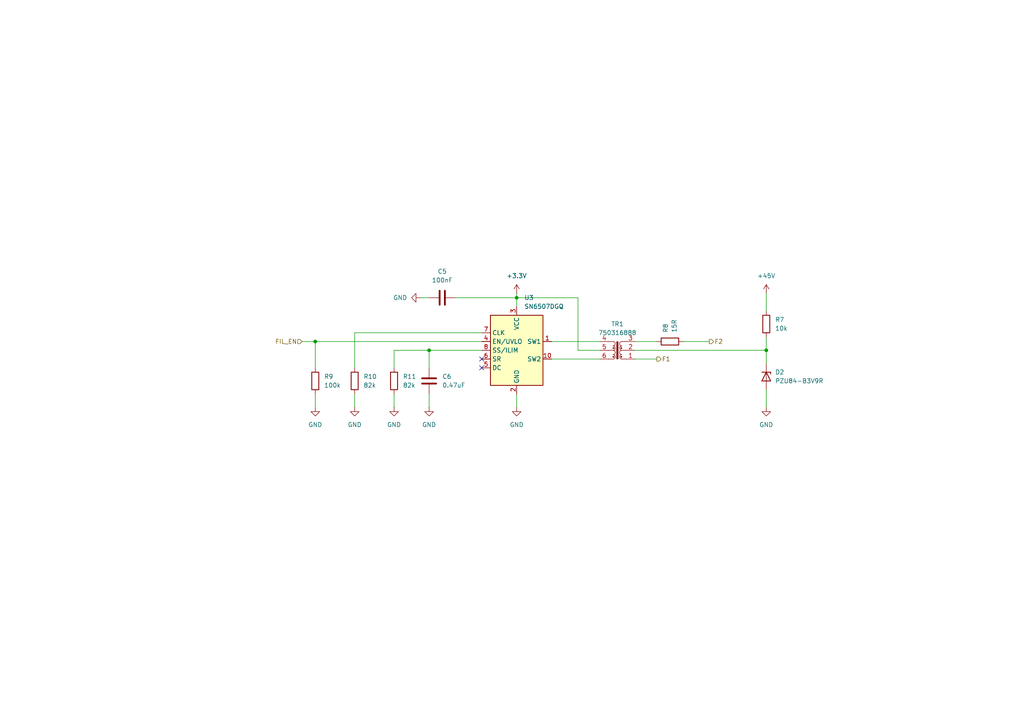
<source format=kicad_sch>
(kicad_sch (version 20231120) (generator "eeschema") (generator_version "8.0")
  (paper "A4")
  (lib_symbols
    (symbol "Device:C" (pin_numbers hide) (pin_names (offset 0.254))
      (property "Reference" "C" (at 0.635 2.54 0))
      (property "Value" "C" (at 0.635 -2.54 0))
      (symbol "C_0_1"
        (polyline (pts (xy -2.032 -0.762) (xy 2.032 -0.762)) (stroke (width 0.508)))
        (polyline (pts (xy -2.032 0.762) (xy 2.032 0.762)) (stroke (width 0.508)))
      )
      (symbol "C_1_1"
        (pin passive line (at 0 3.81 270) (length 2.794) (name "~") (number "1"))
        (pin passive line (at 0 -3.81 90) (length 2.794) (name "~") (number "2"))
      )
    )
    (symbol "Device:D_Zener" (pin_numbers hide) (pin_names (offset 1.016) hide)
      (property "Reference" "D2" (at -1.2701 2.54 90))
      (property "Value" "PZU84-B3V9R" (at 1.2699 2.54 90))
      (symbol "D_Zener_0_1"
        (polyline (pts (xy 1.27 0) (xy -1.27 0)))
        (polyline (pts (xy -1.27 -1.27) (xy -1.27 1.27) (xy -0.762 1.27)) (stroke (width 0.254)))
        (polyline (pts (xy 1.27 -1.27) (xy 1.27 1.27) (xy -1.27 0) (xy 1.27 -1.27)) (stroke (width 0.254)))
      )
      (symbol "D_Zener_1_1"
        (pin passive line (at 3.81 0 180) (length 2.54) (name "A") (number "1"))
        (pin passive line (at -3.81 0 0) (length 2.54) (name "K") (number "3"))
      )
    )
    (symbol "Device:R" (pin_numbers hide) (pin_names (offset 0))
      (property "Reference" "R" (at 2.032 0 90))
      (property "Value" "R" (at 0 0 90))
      (symbol "R_0_1"
        (rectangle (start -1.016 -2.54) (end 1.016 2.54) (stroke (width 0.254)))
      )
      (symbol "R_1_1"
        (pin passive line (at 0 3.81 270) (length 1.27) (name "~") (number "1"))
        (pin passive line (at 0 -3.81 90) (length 1.27) (name "~") (number "2"))
      )
    )
    (symbol "Power_Management:SN6507DGQ"
      (property "Reference" "U" (at -6.35 10.16 0))
      (property "Value" "SN6507DGQ" (at 6.35 -10.16 0))
      (symbol "SN6507DGQ_0_1"
        (rectangle (start -7.62 10.16) (end 7.62 -10.16) (stroke (width 0.254)) (fill (type background)))
      )
      (symbol "SN6507DGQ_1_0"
        (pin input line (at -10.16 2.54 0) (length 2.54) (name "EN/UVLO") (number "4"))
        (pin passive line (at -10.16 -5.08 0) (length 2.54) (name "DC") (number "5"))
        (pin passive line (at -10.16 -2.54 0) (length 2.54) (name "SR") (number "6"))
        (pin passive line (at -10.16 0 0) (length 2.54) (name "SS/ILIM") (number "8"))
        (pin passive line (at 0 -12.7 90) (length 2.54) hide (name "GND") (number "9"))
      )
      (symbol "SN6507DGQ_1_1"
        (pin open_collector line (at 10.16 2.54 180) (length 2.54) (name "SW1") (number "1"))
        (pin open_collector line (at 10.16 -2.54 180) (length 2.54) (name "SW2") (number "10"))
        (pin power_in line (at 0 -12.7 90) (length 2.54) (name "GND") (number "2"))
        (pin power_in line (at 0 12.7 270) (length 2.54) (name "VCC") (number "3"))
        (pin input line (at -10.16 5.08 0) (length 2.54) (name "CLK") (number "7"))
      )
    )
    (symbol "Transformer:Wuerth_750315371"
      (property "Reference" "TR" (at 0 5.08 0))
      (property "Value" "Wuerth_750315371" (at 0 -5.08 0))
      (symbol "Wuerth_750315371_0_1"
        (arc (start -1.27 -2.54) (mid -0.6377 -1.905) (end -1.27 -1.27))
        (arc (start -1.27 -1.27) (mid -0.6377 -0.635) (end -1.27 0))
        (rectangle (start -0.254 2.54) (end 0.254 -2.54) (stroke (width 0.0254)) (fill (type outline)))
        (polyline (pts (xy -2.54 -2.54) (xy -1.27 -2.54)))
        (polyline (pts (xy -2.54 0) (xy -1.27 0)))
        (polyline (pts (xy -2.54 2.54) (xy -1.27 2.54)))
        (polyline (pts (xy 1.27 -2.54) (xy 2.54 -2.54)))
        (polyline (pts (xy 1.27 0) (xy 2.54 0)))
        (polyline (pts (xy 1.27 2.54) (xy 2.54 2.54)))
      )
      (symbol "Wuerth_750315371_1_1"
        (arc (start -1.27 0) (mid -0.6377 0.635) (end -1.27 1.27))
        (arc (start -1.27 1.27) (mid -0.6377 1.905) (end -1.27 2.54))
        (circle (center -1.143 -0.635) (radius 0.127) (stroke (width 0.254)))
        (circle (center -1.143 1.905) (radius 0.127) (stroke (width 0.254)))
        (circle (center 1.143 -0.635) (radius 0.127) (stroke (width 0.254)))
        (circle (center 1.143 1.905) (radius 0.127) (stroke (width 0.254)))
        (arc (start 1.27 -1.27) (mid 0.6377 -1.905) (end 1.27 -2.54))
        (arc (start 1.27 0) (mid 0.6377 -0.635) (end 1.27 -1.27))
        (arc (start 1.27 1.27) (mid 0.6377 0.635) (end 1.27 0))
        (arc (start 1.27 2.54) (mid 0.6377 1.905) (end 1.27 1.27))
        (pin passive line (at -5.08 2.54 0) (length 2.54) (name "~") (number "1"))
        (pin passive line (at -5.08 0 0) (length 2.54) (name "~") (number "2"))
        (pin passive line (at -5.08 -2.54 0) (length 2.54) (name "~") (number "3"))
        (pin passive line (at 5.08 -2.54 180) (length 2.54) (name "~") (number "4"))
        (pin passive line (at 5.08 0 180) (length 2.54) (name "~") (number "5"))
        (pin passive line (at 5.08 2.54 180) (length 2.54) (name "~") (number "6"))
      )
    )
    (symbol "power:+3.3V" (power) (pin_numbers hide) (pin_names (offset 0) hide)
      (property "Value" "+3.3V" (at 0 3.556 0))
      (symbol "+3.3V_0_1"
        (polyline (pts (xy -0.762 1.27) (xy 0 2.54)))
        (polyline (pts (xy 0 0) (xy 0 2.54)))
        (polyline (pts (xy 0 2.54) (xy 0.762 1.27)))
      )
      (symbol "+3.3V_1_1"
        (pin power_in line (at 0 0 90) (length 0) (name "~") (number "1"))
      )
    )
    (symbol "power:+4V" (power) (pin_numbers hide) (pin_names (offset 0) hide)
      (property "Value" "+4V" (at 0 3.556 0))
      (symbol "+4V_0_1"
        (polyline (pts (xy -0.762 1.27) (xy 0 2.54)))
        (polyline (pts (xy 0 0) (xy 0 2.54)))
        (polyline (pts (xy 0 2.54) (xy 0.762 1.27)))
      )
      (symbol "+4V_1_1"
        (pin power_in line (at 0 0 90) (length 0) (name "~") (number "1"))
      )
    )
    (symbol "power:GND" (power) (pin_numbers hide) (pin_names (offset 0) hide)
      (property "Value" "GND" (at 0 -3.81 0))
      (symbol "GND_0_1"
        (polyline (pts (xy 0 0) (xy 0 -1.27) (xy 1.27 -1.27) (xy 0 -2.54) (xy -1.27 -1.27) (xy 0 -1.27)))
      )
      (symbol "GND_1_1"
        (pin power_in line (at 0 0 270) (length 0) (name "~") (number "1"))
      )
    )
  )
  (junction (at 222.25 101.6))
  (junction (at 149.86 86.36))
  (junction (at 124.46 101.6))
  (junction (at 91.44 99.06))
  (no_connect (at 139.7 106.68))
  (no_connect (at 139.7 104.14))
  (wire (pts (xy 167.64 86.36) (xy 167.64 101.6)))
  (wire (pts (xy 91.44 99.06) (xy 139.7 99.06)))
  (wire (pts (xy 114.3 101.6) (xy 114.3 106.68)))
  (wire (pts (xy 184.15 104.14) (xy 190.5 104.14)))
  (wire (pts (xy 102.87 114.3) (xy 102.87 118.11)))
  (wire (pts (xy 222.25 85.09) (xy 222.25 90.17)))
  (wire (pts (xy 124.46 114.3) (xy 124.46 118.11)))
  (wire (pts (xy 87.63 99.06) (xy 91.44 99.06)))
  (wire (pts (xy 121.92 86.36) (xy 124.46 86.36)))
  (wire (pts (xy 222.25 105.41) (xy 222.25 101.6)))
  (wire (pts (xy 91.44 99.06) (xy 91.44 106.68)))
  (wire (pts (xy 167.64 101.6) (xy 173.99 101.6)))
  (wire (pts (xy 222.25 101.6) (xy 222.25 97.79)))
  (wire (pts (xy 114.3 114.3) (xy 114.3 118.11)))
  (wire (pts (xy 160.02 104.14) (xy 173.99 104.14)))
  (wire (pts (xy 124.46 101.6) (xy 124.46 106.68)))
  (wire (pts (xy 184.15 99.06) (xy 190.5 99.06)))
  (wire (pts (xy 149.86 114.3) (xy 149.86 118.11)))
  (wire (pts (xy 102.87 96.52) (xy 102.87 106.68)))
  (wire (pts (xy 149.86 88.9) (xy 149.86 86.36)))
  (wire (pts (xy 184.15 101.6) (xy 222.25 101.6)))
  (wire (pts (xy 160.02 99.06) (xy 173.99 99.06)))
  (wire (pts (xy 139.7 96.52) (xy 102.87 96.52)))
  (wire (pts (xy 149.86 86.36) (xy 167.64 86.36)))
  (wire (pts (xy 132.08 86.36) (xy 149.86 86.36)))
  (wire (pts (xy 198.12 99.06) (xy 205.74 99.06)))
  (wire (pts (xy 124.46 101.6) (xy 114.3 101.6)))
  (wire (pts (xy 139.7 101.6) (xy 124.46 101.6)))
  (wire (pts (xy 222.25 113.03) (xy 222.25 118.11)))
  (wire (pts (xy 91.44 114.3) (xy 91.44 118.11)))
  (wire (pts (xy 149.86 85.09) (xy 149.86 86.36)))
  (hierarchical_label "FIL_EN" (shape input) (at 87.63 99.06 180))
  (hierarchical_label "F2" (shape output) (at 205.74 99.06 0))
  (hierarchical_label "F1" (shape output) (at 190.5 104.14 0))
  (symbol (lib_id "Device:R") (at 222.25 93.98 0) (unit 1)
    (property "Reference" "R7" (at 224.79 92.7099 0) (effects (justify left)))
    (property "Value" "10k" (at 224.79 95.2499 0) (effects (justify left)))
    (property "Footprint" "Resistor_SMD:R_0603_1608Metric" (effects (hide yes)))
    (property "Description" "Resistor" (effects (hide yes)))
  )
  (symbol (lib_id "Device:D_Zener") (at 222.25 109.22 270) (unit 1)
    (property "Reference" "D2" (at 224.79 107.9499 90) (effects (justify left)))
    (property "Value" "PZU84-B3V9R" (at 224.79 110.4899 90) (effects (justify left)))
    (property "Footprint" "Package_TO_SOT_SMD:SOT-23-3" (effects (hide yes)))
    (property "Description" "Zener diode" (effects (hide yes)))
  )
  (symbol (lib_id "power:+4V") (at 222.25 85.09 0) (unit 1)
    (property "Reference" "#PWR017" (effects (hide yes)))
    (property "Value" "+45V" (at 222.25 80.01 0))
  )
  (symbol (lib_id "Power_Management:SN6507DGQ") (at 149.86 101.6 0) (unit 1)
    (property "Reference" "U3" (at 152.0541 86.36 0) (effects (justify left)))
    (property "Value" "SN6507DGQ" (at 152.0541 88.9 0) (effects (justify left)))
    (property "Footprint" "Package_SO:HVSSOP-10-1EP_3x3mm_P0.5mm_EP1.57x1.88mm" (effects (hide yes)))
    (property "Datasheet" "http://www.ti.com/lit/ds/symlink/sn6507.pdf" (effects (hide yes)))
    (property "Description" "Low Noise, 0.5A, spread spectrum 36V Push-Pull-Transformer Drivers for Isolated Power Supplies, HVSSOP-10" (effects (hide yes)))
  )
  (symbol (lib_id "Device:C") (at 128.27 86.36 90) (unit 1)
    (property "Reference" "C5" (at 128.27 78.74 90))
    (property "Value" "100nF" (at 128.27 81.28 90))
    (property "Footprint" "Capacitor_SMD:C_0603_1608Metric" (effects (hide yes)))
    (property "Description" "Unpolarized capacitor" (effects (hide yes)))
    (property "Voltage" "10V" (effects (hide yes)))
  )
  (symbol (lib_id "Device:R") (at 194.31 99.06 90) (unit 1)
    (property "Reference" "R8" (at 193.0399 96.52 0) (effects (justify left)))
    (property "Value" "15R" (at 195.5799 96.52 0) (effects (justify left)))
    (property "Footprint" "Resistor_SMD:R_0603_1608Metric" (effects (hide yes)))
    (property "Description" "Resistor" (effects (hide yes)))
  )
  (symbol (lib_id "power:GND") (at 121.92 86.36 270) (unit 1)
    (property "Reference" "#PWR018" (effects (hide yes)))
    (property "Value" "GND" (at 118.11 86.3599 90) (effects (justify right)))
    (property "Description" "Power symbol creates a global label with name \"GND\" , ground" (effects (hide yes)))
  )
  (symbol (lib_id "power:GND") (at 91.44 118.11 0) (unit 1)
    (property "Reference" "#PWR019" (effects (hide yes)))
    (property "Value" "GND" (at 91.44 123.19 0))
    (property "Description" "Power symbol creates a global label with name \"GND\" , ground" (effects (hide yes)))
  )
  (symbol (lib_id "Device:C") (at 124.46 110.49 0) (unit 1)
    (property "Reference" "C6" (at 128.27 109.2199 0) (effects (justify left)))
    (property "Value" "0.47uF" (at 128.27 111.7599 0) (effects (justify left)))
    (property "Footprint" "Capacitor_SMD:C_0603_1608Metric" (effects (hide yes)))
    (property "Description" "Unpolarized capacitor" (effects (hide yes)))
    (property "Voltage" "10V" (effects (hide yes)))
  )
  (symbol (lib_id "power:+3.3V") (at 149.86 85.09 0) (unit 1)
    (property "Reference" "#PWR016" (effects (hide yes)))
    (property "Value" "+3.3V" (at 149.86 80.01 0))
    (property "Description" "Power symbol creates a global label with name \"+3.3V\"" (effects (hide yes)))
  )
  (symbol (lib_id "Transformer:Wuerth_750315371") (at 179.07 101.6 180) (unit 1)
    (property "Reference" "TR1" (at 179.07 93.98 0))
    (property "Value" "750316888" (at 179.07 96.52 0))
    (property "Footprint" "Noritake:Transformer_Wuerth_750316888" (effects (hide yes)))
    (property "Datasheet" "https://www.we-online.com/components/products/datasheet/750316888.pdf" (effects (hide yes)))
  )
  (symbol (lib_id "Device:R") (at 114.3 110.49 0) (unit 1)
    (property "Reference" "R11" (at 116.84 109.2199 0) (effects (justify left)))
    (property "Value" "82k" (at 116.84 111.7599 0) (effects (justify left)))
    (property "Footprint" "Resistor_SMD:R_0603_1608Metric" (effects (hide yes)))
    (property "Description" "Resistor" (effects (hide yes)))
  )
  (symbol (lib_id "Device:R") (at 91.44 110.49 0) (unit 1)
    (property "Reference" "R9" (at 93.98 109.2199 0) (effects (justify left)))
    (property "Value" "100k" (at 93.98 111.7599 0) (effects (justify left)))
    (property "Footprint" "Resistor_SMD:R_0603_1608Metric" (effects (hide yes)))
    (property "Description" "Resistor" (effects (hide yes)))
  )
  (symbol (lib_id "power:GND") (at 222.25 118.11 0) (unit 1)
    (property "Reference" "#PWR024" (effects (hide yes)))
    (property "Value" "GND" (at 222.25 123.19 0))
    (property "Description" "Power symbol creates a global label with name \"GND\" , ground" (effects (hide yes)))
  )
  (symbol (lib_id "power:GND") (at 124.46 118.11 0) (unit 1)
    (property "Reference" "#PWR022" (effects (hide yes)))
    (property "Value" "GND" (at 124.46 123.19 0))
    (property "Description" "Power symbol creates a global label with name \"GND\" , ground" (effects (hide yes)))
  )
  (symbol (lib_id "Device:R") (at 102.87 110.49 0) (unit 1)
    (property "Reference" "R10" (at 105.41 109.2199 0) (effects (justify left)))
    (property "Value" "82k" (at 105.41 111.7599 0) (effects (justify left)))
    (property "Footprint" "Resistor_SMD:R_0603_1608Metric" (effects (hide yes)))
    (property "Description" "Resistor" (effects (hide yes)))
  )
  (symbol (lib_id "power:GND") (at 114.3 118.11 0) (unit 1)
    (property "Reference" "#PWR021" (effects (hide yes)))
    (property "Value" "GND" (at 114.3 123.19 0))
    (property "Description" "Power symbol creates a global label with name \"GND\" , ground" (effects (hide yes)))
  )
  (symbol (lib_id "power:GND") (at 102.87 118.11 0) (unit 1)
    (property "Reference" "#PWR020" (effects (hide yes)))
    (property "Value" "GND" (at 102.87 123.19 0))
    (property "Description" "Power symbol creates a global label with name \"GND\" , ground" (effects (hide yes)))
  )
  (symbol (lib_id "power:GND") (at 149.86 118.11 0) (unit 1)
    (property "Reference" "#PWR023" (effects (hide yes)))
    (property "Value" "GND" (at 149.86 123.19 0))
    (property "Description" "Power symbol creates a global label with name \"GND\" , ground" (effects (hide yes)))
  )
)
</source>
